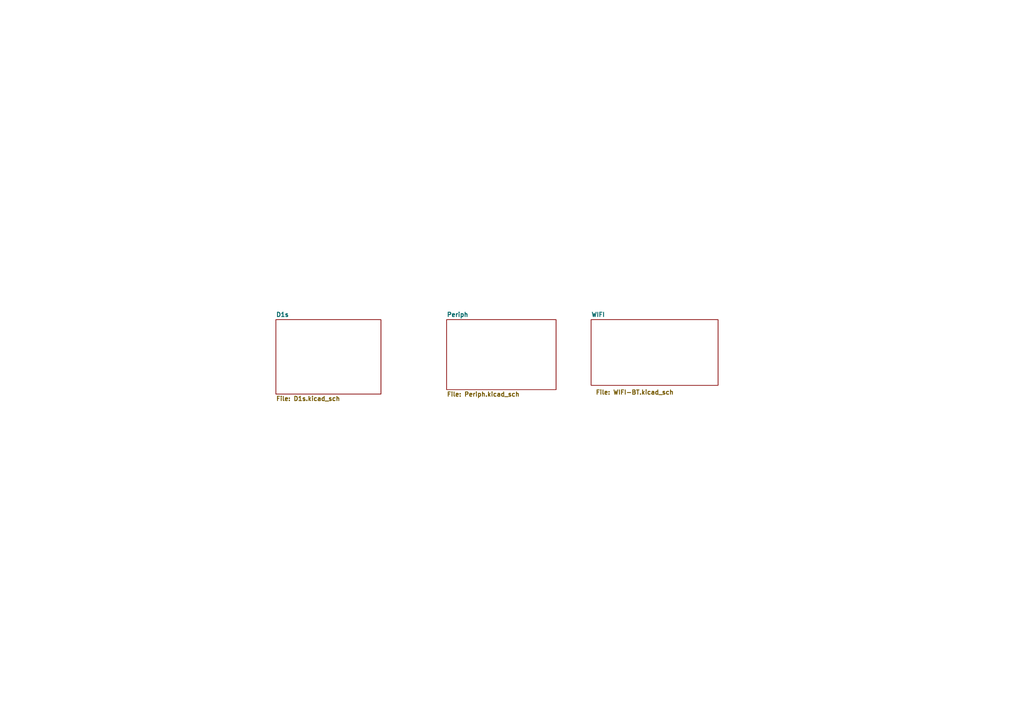
<source format=kicad_sch>
(kicad_sch (version 20211123) (generator eeschema)
  (paper "A4")
  (lib_symbols)
  (sheet (at 80.01 92.71) (size 30.48 21.59) (stroke (width 0.1524))
    (property "Sheet name" "D1s" (at 80.01 91.9984 0) (effects (font bold) (justify left bottom)))
    (property "Sheet file" "D1s.kicad_sch" (at 80.01 114.8846 0) (effects (font bold) (justify left top)))
  )
  (sheet (at 129.54 92.71) (size 31.75 20.32) (stroke (width 0.1524))
    (property "Sheet name" "Periph" (at 129.54 91.9984 0) (effects (font bold) (justify left bottom)))
    (property "Sheet file" "Periph.kicad_sch" (at 129.54 113.6146 0) (effects (font bold) (justify left top)))
  )
  (sheet (at 171.45 92.71) (size 36.83 19.05) (stroke (width 0.1524))
    (property "Sheet name" "WIFI" (at 171.45 91.9984 0) (effects (font bold) (justify left bottom)))
    (property "Sheet file" "WIFI-BT.kicad_sch" (at 172.72 113.03 0) (effects (font bold) (justify left top)))
  )
)
</source>
